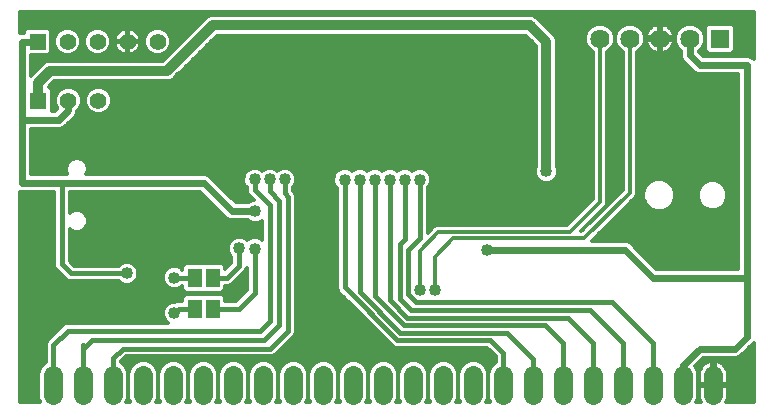
<source format=gbl>
G75*
G70*
%OFA0B0*%
%FSLAX24Y24*%
%IPPOS*%
%LPD*%
%AMOC8*
5,1,8,0,0,1.08239X$1,22.5*
%
%ADD10R,0.0640X0.0640*%
%ADD11C,0.0640*%
%ADD12R,0.0555X0.0555*%
%ADD13C,0.0555*%
%ADD14C,0.0640*%
%ADD15R,0.0460X0.0630*%
%ADD16C,0.0120*%
%ADD17C,0.0400*%
%ADD18C,0.0240*%
%ADD19C,0.0160*%
%ADD20C,0.0320*%
D10*
X023889Y012464D03*
D11*
X022889Y012464D03*
X021889Y012464D03*
X020889Y012464D03*
X019889Y012464D03*
D12*
X001139Y012366D03*
X001170Y010397D03*
D13*
X002170Y010397D03*
X003170Y010397D03*
X003139Y012366D03*
X004139Y012366D03*
X005139Y012366D03*
X002139Y012366D03*
D14*
X001670Y001240D02*
X001670Y000600D01*
X002670Y000600D02*
X002670Y001240D01*
X003670Y001240D02*
X003670Y000600D01*
X004670Y000600D02*
X004670Y001240D01*
X005670Y001240D02*
X005670Y000600D01*
X006670Y000600D02*
X006670Y001240D01*
X007670Y001240D02*
X007670Y000600D01*
X008670Y000600D02*
X008670Y001240D01*
X009670Y001240D02*
X009670Y000600D01*
X010670Y000600D02*
X010670Y001240D01*
X011670Y001240D02*
X011670Y000600D01*
X012670Y000600D02*
X012670Y001240D01*
X013670Y001240D02*
X013670Y000600D01*
X014670Y000600D02*
X014670Y001240D01*
X015670Y001240D02*
X015670Y000600D01*
X016670Y000600D02*
X016670Y001240D01*
X017670Y001240D02*
X017670Y000600D01*
X018670Y000600D02*
X018670Y001240D01*
X019670Y001240D02*
X019670Y000600D01*
X020670Y000600D02*
X020670Y001240D01*
X021670Y001240D02*
X021670Y000600D01*
X022670Y000600D02*
X022670Y001240D01*
X023670Y001240D02*
X023670Y000600D01*
D15*
X006982Y003459D03*
X006382Y003459D03*
X006382Y004492D03*
X006982Y004492D03*
D16*
X000563Y007344D02*
X000563Y000341D01*
X001237Y000341D01*
X001170Y000501D01*
X001170Y001340D01*
X001246Y001524D01*
X001387Y001664D01*
X001410Y001674D01*
X001410Y002184D01*
X001410Y002288D01*
X001450Y002383D01*
X002007Y002941D01*
X002103Y002980D01*
X002206Y002980D01*
X005503Y002980D01*
X005483Y002989D01*
X005376Y003096D01*
X005318Y003235D01*
X005318Y003386D01*
X005376Y003526D01*
X005483Y003633D01*
X005622Y003691D01*
X005727Y003691D01*
X005794Y003718D01*
X005897Y003718D01*
X005972Y003718D01*
X005972Y003848D01*
X006078Y003953D01*
X006678Y003953D01*
X007287Y003953D01*
X007392Y003848D01*
X007392Y003718D01*
X007756Y003718D01*
X008123Y004086D01*
X008123Y004833D01*
X008084Y004738D01*
X007690Y004345D01*
X007617Y004272D01*
X007521Y004232D01*
X007392Y004232D01*
X007392Y004102D01*
X007287Y003997D01*
X006678Y003997D01*
X006078Y003997D01*
X005972Y004102D01*
X005972Y004229D01*
X005913Y004170D01*
X005774Y004112D01*
X005622Y004112D01*
X005483Y004170D01*
X005376Y004277D01*
X005318Y004416D01*
X005318Y004568D01*
X005376Y004707D01*
X005483Y004814D01*
X005622Y004872D01*
X005774Y004872D01*
X005913Y004814D01*
X005972Y004755D01*
X005972Y004881D01*
X006078Y004987D01*
X006678Y004987D01*
X007287Y004987D01*
X007392Y004881D01*
X007392Y004782D01*
X007603Y004993D01*
X007603Y005199D01*
X007541Y005261D01*
X007483Y005401D01*
X007483Y005552D01*
X007541Y005691D01*
X007648Y005798D01*
X007788Y005856D01*
X007939Y005856D01*
X008079Y005798D01*
X008131Y005746D01*
X008168Y005783D01*
X008307Y005840D01*
X008459Y005840D01*
X008598Y005783D01*
X008637Y005744D01*
X008637Y006401D01*
X008620Y006384D01*
X008480Y006327D01*
X008329Y006327D01*
X008189Y006384D01*
X008167Y006407D01*
X007677Y006407D01*
X007558Y006407D01*
X007447Y006452D01*
X006558Y007342D01*
X002218Y007342D01*
X002218Y006655D01*
X002248Y006684D01*
X002379Y006739D01*
X002521Y006739D01*
X002652Y006684D01*
X002753Y006584D01*
X002807Y006453D01*
X002807Y006311D01*
X002753Y006179D01*
X002652Y006079D01*
X002521Y006025D01*
X002379Y006025D01*
X002248Y006079D01*
X002218Y006109D01*
X002218Y005043D01*
X002361Y004900D01*
X003846Y004900D01*
X003908Y004962D01*
X004048Y005020D01*
X004199Y005020D01*
X004338Y004962D01*
X004445Y004855D01*
X004503Y004715D01*
X004503Y004564D01*
X004445Y004424D01*
X004338Y004317D01*
X004199Y004260D01*
X004048Y004260D01*
X003908Y004317D01*
X003846Y004380D01*
X002305Y004380D01*
X002201Y004380D01*
X002106Y004419D01*
X001811Y004714D01*
X001737Y004788D01*
X001698Y004883D01*
X001698Y007342D01*
X000689Y007342D01*
X000569Y007342D01*
X000563Y007344D01*
X000563Y007274D02*
X001698Y007274D01*
X001698Y007155D02*
X000563Y007155D01*
X000563Y007037D02*
X001698Y007037D01*
X001698Y006918D02*
X000563Y006918D01*
X000563Y006800D02*
X001698Y006800D01*
X001698Y006681D02*
X000563Y006681D01*
X000563Y006563D02*
X001698Y006563D01*
X001698Y006444D02*
X000563Y006444D01*
X000563Y006326D02*
X001698Y006326D01*
X001698Y006207D02*
X000563Y006207D01*
X000563Y006088D02*
X001698Y006088D01*
X001698Y005970D02*
X000563Y005970D01*
X000563Y005851D02*
X001698Y005851D01*
X001698Y005733D02*
X000563Y005733D01*
X000563Y005614D02*
X001698Y005614D01*
X001698Y005496D02*
X000563Y005496D01*
X000563Y005377D02*
X001698Y005377D01*
X001698Y005259D02*
X000563Y005259D01*
X000563Y005140D02*
X001698Y005140D01*
X001698Y005022D02*
X000563Y005022D01*
X000563Y004903D02*
X001698Y004903D01*
X001741Y004784D02*
X000563Y004784D01*
X000563Y004666D02*
X001859Y004666D01*
X001978Y004547D02*
X000563Y004547D01*
X000563Y004429D02*
X002096Y004429D01*
X002357Y004903D02*
X003849Y004903D01*
X004397Y004903D02*
X005994Y004903D01*
X005972Y004784D02*
X005943Y004784D01*
X005453Y004784D02*
X004474Y004784D01*
X004503Y004666D02*
X005359Y004666D01*
X005318Y004547D02*
X004496Y004547D01*
X004447Y004429D02*
X005318Y004429D01*
X005362Y004310D02*
X004321Y004310D01*
X003925Y004310D02*
X000563Y004310D01*
X000563Y004192D02*
X005461Y004192D01*
X005935Y004192D02*
X005972Y004192D01*
X006001Y004073D02*
X000563Y004073D01*
X000563Y003955D02*
X007992Y003955D01*
X008110Y004073D02*
X007363Y004073D01*
X007392Y004192D02*
X008123Y004192D01*
X008123Y004310D02*
X007656Y004310D01*
X007774Y004429D02*
X008123Y004429D01*
X008123Y004547D02*
X007893Y004547D01*
X008011Y004666D02*
X008123Y004666D01*
X008123Y004784D02*
X008103Y004784D01*
X007603Y005022D02*
X002239Y005022D01*
X002218Y005140D02*
X007603Y005140D01*
X007543Y005259D02*
X002218Y005259D01*
X002218Y005377D02*
X007493Y005377D01*
X007483Y005496D02*
X002218Y005496D01*
X002218Y005614D02*
X007509Y005614D01*
X007582Y005733D02*
X002218Y005733D01*
X002218Y005851D02*
X007776Y005851D01*
X007951Y005851D02*
X008637Y005851D01*
X008637Y005970D02*
X002218Y005970D01*
X002218Y006088D02*
X002238Y006088D01*
X002662Y006088D02*
X008637Y006088D01*
X008637Y006207D02*
X002764Y006207D01*
X002807Y006326D02*
X008637Y006326D01*
X009747Y006326D02*
X011123Y006326D01*
X011123Y006444D02*
X009747Y006444D01*
X009747Y006563D02*
X011123Y006563D01*
X011123Y006681D02*
X009747Y006681D01*
X009747Y006800D02*
X011123Y006800D01*
X011123Y006918D02*
X009747Y006918D01*
X009747Y007037D02*
X011123Y007037D01*
X011123Y007155D02*
X009747Y007155D01*
X009747Y007250D02*
X009708Y007346D01*
X009643Y007411D01*
X009643Y007495D01*
X009705Y007558D01*
X009763Y007697D01*
X009763Y007848D01*
X009705Y007988D01*
X009598Y008095D01*
X009459Y008153D01*
X009307Y008153D01*
X009168Y008095D01*
X009133Y008060D01*
X009098Y008095D01*
X008959Y008153D01*
X008807Y008153D01*
X008668Y008095D01*
X008633Y008060D01*
X008598Y008095D01*
X008459Y008153D01*
X008307Y008153D01*
X008168Y008095D01*
X008061Y007988D01*
X008003Y007848D01*
X008003Y007697D01*
X008061Y007558D01*
X008123Y007495D01*
X008123Y007469D01*
X008123Y007365D01*
X008163Y007270D01*
X008346Y007086D01*
X008329Y007086D01*
X008189Y007029D01*
X008167Y007006D01*
X007741Y007006D01*
X006936Y007811D01*
X006936Y007811D01*
X006852Y007896D01*
X006742Y007942D01*
X002765Y007942D01*
X002807Y008043D01*
X002807Y008185D01*
X002753Y008316D01*
X002652Y008417D01*
X002521Y008471D01*
X002379Y008471D01*
X002248Y008417D01*
X002147Y008316D01*
X002093Y008185D01*
X002093Y008043D01*
X002135Y007942D01*
X001898Y007942D01*
X000929Y007942D01*
X000929Y009458D01*
X001919Y009458D01*
X002029Y009503D01*
X002114Y009588D01*
X002425Y009899D01*
X002470Y010009D01*
X002470Y010050D01*
X002558Y010138D01*
X002628Y010306D01*
X002628Y010488D01*
X002558Y010657D01*
X002430Y010785D01*
X002261Y010855D01*
X002079Y010855D01*
X001911Y010785D01*
X001783Y010657D01*
X001713Y010488D01*
X001713Y010306D01*
X001783Y010138D01*
X001799Y010122D01*
X001735Y010058D01*
X001628Y010058D01*
X001628Y010749D01*
X001522Y010855D01*
X001518Y010855D01*
X001705Y011042D01*
X005384Y011042D01*
X005520Y011042D01*
X005644Y011094D01*
X007118Y012567D01*
X017417Y012567D01*
X017760Y012225D01*
X017760Y008207D01*
X017720Y008111D01*
X017720Y007960D01*
X017777Y007820D01*
X017884Y007713D01*
X018024Y007655D01*
X018175Y007655D01*
X018315Y007713D01*
X018422Y007820D01*
X018479Y007960D01*
X018479Y008111D01*
X018439Y008207D01*
X018439Y012434D01*
X018388Y012559D01*
X018292Y012654D01*
X017751Y013196D01*
X017626Y013247D01*
X017491Y013247D01*
X007045Y013247D01*
X006910Y013247D01*
X006785Y013196D01*
X005311Y011722D01*
X001496Y011722D01*
X001371Y011670D01*
X001276Y011574D01*
X000929Y011227D01*
X000929Y011909D01*
X001491Y011909D01*
X001596Y012014D01*
X001596Y012718D01*
X001491Y012823D01*
X000787Y012823D01*
X000681Y012718D01*
X000681Y012666D01*
X000569Y012666D01*
X000563Y012663D01*
X000563Y013367D01*
X025006Y013367D01*
X025006Y011789D01*
X024962Y011833D01*
X024852Y011879D01*
X024733Y011879D01*
X023342Y011879D01*
X023189Y012032D01*
X023189Y012057D01*
X023313Y012181D01*
X023389Y012365D01*
X023389Y012564D01*
X023313Y012748D01*
X023172Y012888D01*
X022988Y012964D01*
X022789Y012964D01*
X022606Y012888D01*
X022465Y012748D01*
X022389Y012564D01*
X022389Y012365D01*
X022465Y012181D01*
X022589Y012057D01*
X022589Y011967D01*
X022589Y011848D01*
X022635Y011737D01*
X022963Y011409D01*
X023048Y011324D01*
X023158Y011279D01*
X024492Y011279D01*
X024492Y004792D01*
X021767Y004792D01*
X020883Y005676D01*
X020773Y005721D01*
X020654Y005721D01*
X019622Y005721D01*
X021092Y007192D01*
X021129Y007280D01*
X021129Y007375D01*
X021129Y012023D01*
X021172Y012041D01*
X021313Y012181D01*
X021389Y012365D01*
X021389Y012564D01*
X021313Y012748D01*
X021172Y012888D01*
X020988Y012964D01*
X020789Y012964D01*
X020606Y012888D01*
X020465Y012748D01*
X020389Y012564D01*
X020313Y012748D01*
X020172Y012888D01*
X019988Y012964D01*
X019789Y012964D01*
X019606Y012888D01*
X019465Y012748D01*
X019389Y012564D01*
X019389Y012365D01*
X019465Y012181D01*
X019606Y012041D01*
X019649Y012023D01*
X019649Y007111D01*
X018799Y006260D01*
X014454Y006260D01*
X014366Y006224D01*
X014299Y006156D01*
X014143Y006001D01*
X014143Y007486D01*
X014205Y007548D01*
X014263Y007688D01*
X014263Y007839D01*
X014205Y007979D01*
X014098Y008086D01*
X013959Y008144D01*
X013807Y008144D01*
X013668Y008086D01*
X013633Y008051D01*
X013598Y008086D01*
X013459Y008144D01*
X013307Y008144D01*
X013168Y008086D01*
X013133Y008051D01*
X013098Y008086D01*
X012959Y008144D01*
X012807Y008144D01*
X012668Y008086D01*
X012633Y008051D01*
X012598Y008086D01*
X012459Y008144D01*
X012307Y008144D01*
X012168Y008086D01*
X012133Y008051D01*
X012098Y008086D01*
X011959Y008144D01*
X011807Y008144D01*
X011668Y008086D01*
X011633Y008051D01*
X011598Y008086D01*
X011459Y008144D01*
X011307Y008144D01*
X011168Y008086D01*
X011061Y007979D01*
X011003Y007839D01*
X011003Y007688D01*
X011061Y007548D01*
X011123Y007486D01*
X011123Y004220D01*
X011123Y004116D01*
X011163Y004021D01*
X012914Y002269D01*
X012987Y002196D01*
X013083Y002156D01*
X016131Y002156D01*
X016410Y001876D01*
X016410Y001674D01*
X016387Y001664D01*
X016246Y001524D01*
X016170Y001340D01*
X016094Y001524D01*
X015954Y001664D01*
X015770Y001740D01*
X015571Y001740D01*
X015387Y001664D01*
X015246Y001524D01*
X015170Y001340D01*
X015094Y001524D01*
X014954Y001664D01*
X014770Y001740D01*
X014571Y001740D01*
X014387Y001664D01*
X014246Y001524D01*
X014170Y001340D01*
X014094Y001524D01*
X013954Y001664D01*
X013770Y001740D01*
X013571Y001740D01*
X013387Y001664D01*
X013246Y001524D01*
X013170Y001340D01*
X013094Y001524D01*
X012954Y001664D01*
X012770Y001740D01*
X012571Y001740D01*
X012387Y001664D01*
X012246Y001524D01*
X012170Y001340D01*
X012094Y001524D01*
X011954Y001664D01*
X011770Y001740D01*
X011571Y001740D01*
X011387Y001664D01*
X011246Y001524D01*
X011170Y001340D01*
X011094Y001524D01*
X010954Y001664D01*
X010770Y001740D01*
X010571Y001740D01*
X010387Y001664D01*
X010246Y001524D01*
X010170Y001340D01*
X010094Y001524D01*
X009954Y001664D01*
X009770Y001740D01*
X009571Y001740D01*
X009387Y001664D01*
X009246Y001524D01*
X009170Y001340D01*
X009094Y001524D01*
X008954Y001664D01*
X008770Y001740D01*
X008571Y001740D01*
X008387Y001664D01*
X008246Y001524D01*
X008170Y001340D01*
X008094Y001524D01*
X007954Y001664D01*
X007770Y001740D01*
X007571Y001740D01*
X007387Y001664D01*
X007246Y001524D01*
X007170Y001340D01*
X007094Y001524D01*
X006954Y001664D01*
X006770Y001740D01*
X006571Y001740D01*
X006387Y001664D01*
X006246Y001524D01*
X006170Y001340D01*
X006094Y001524D01*
X005954Y001664D01*
X005770Y001740D01*
X005571Y001740D01*
X005387Y001664D01*
X005246Y001524D01*
X005170Y001340D01*
X005094Y001524D01*
X004954Y001664D01*
X004770Y001740D01*
X004571Y001740D01*
X004387Y001664D01*
X004246Y001524D01*
X004170Y001340D01*
X004094Y001524D01*
X003954Y001664D01*
X003930Y001674D01*
X003930Y001714D01*
X004086Y001870D01*
X008948Y001870D01*
X009044Y001909D01*
X009117Y001982D01*
X009708Y002573D01*
X009747Y002669D01*
X009747Y002772D01*
X009747Y007250D01*
X009738Y007274D02*
X011123Y007274D01*
X011123Y007392D02*
X009661Y007392D01*
X009659Y007511D02*
X011098Y007511D01*
X011027Y007629D02*
X009735Y007629D01*
X009763Y007748D02*
X011003Y007748D01*
X011014Y007867D02*
X009755Y007867D01*
X009706Y007985D02*
X011067Y007985D01*
X011211Y008104D02*
X009577Y008104D01*
X009189Y008104D02*
X009077Y008104D01*
X008689Y008104D02*
X008577Y008104D01*
X008189Y008104D02*
X002807Y008104D01*
X002792Y008222D02*
X017760Y008222D01*
X017760Y008341D02*
X002728Y008341D01*
X002550Y008459D02*
X017760Y008459D01*
X017760Y008578D02*
X000929Y008578D01*
X000929Y008696D02*
X017760Y008696D01*
X017760Y008815D02*
X000929Y008815D01*
X000929Y008933D02*
X017760Y008933D01*
X017760Y009052D02*
X000929Y009052D01*
X000929Y009171D02*
X017760Y009171D01*
X017760Y009289D02*
X000929Y009289D01*
X000929Y009408D02*
X017760Y009408D01*
X017760Y009526D02*
X002052Y009526D01*
X002171Y009645D02*
X017760Y009645D01*
X017760Y009763D02*
X002289Y009763D01*
X002408Y009882D02*
X017760Y009882D01*
X017760Y010000D02*
X003407Y010000D01*
X003430Y010010D02*
X003558Y010138D01*
X003628Y010306D01*
X003628Y010488D01*
X003558Y010657D01*
X003430Y010785D01*
X003261Y010855D01*
X003079Y010855D01*
X002911Y010785D01*
X002783Y010657D01*
X002713Y010488D01*
X002713Y010306D01*
X002783Y010138D01*
X002911Y010010D01*
X003079Y009940D01*
X003261Y009940D01*
X003430Y010010D01*
X003539Y010119D02*
X017760Y010119D01*
X017760Y010237D02*
X003599Y010237D01*
X003628Y010356D02*
X017760Y010356D01*
X017760Y010475D02*
X003628Y010475D01*
X003585Y010593D02*
X017760Y010593D01*
X017760Y010712D02*
X003503Y010712D01*
X003321Y010830D02*
X017760Y010830D01*
X017760Y010949D02*
X001612Y010949D01*
X001547Y010830D02*
X002020Y010830D01*
X001838Y010712D02*
X001628Y010712D01*
X001628Y010593D02*
X001756Y010593D01*
X001713Y010475D02*
X001628Y010475D01*
X001628Y010356D02*
X001713Y010356D01*
X001741Y010237D02*
X001628Y010237D01*
X001628Y010119D02*
X001796Y010119D01*
X002467Y010000D02*
X002934Y010000D01*
X002802Y010119D02*
X002539Y010119D01*
X002599Y010237D02*
X002741Y010237D01*
X002713Y010356D02*
X002628Y010356D01*
X002628Y010475D02*
X002713Y010475D01*
X002756Y010593D02*
X002585Y010593D01*
X002503Y010712D02*
X002838Y010712D01*
X003020Y010830D02*
X002321Y010830D01*
X001124Y011423D02*
X000929Y011423D01*
X000929Y011541D02*
X001243Y011541D01*
X001362Y011660D02*
X000929Y011660D01*
X000929Y011779D02*
X005368Y011779D01*
X005486Y011897D02*
X000929Y011897D01*
X001596Y012016D02*
X001842Y012016D01*
X001880Y011978D02*
X002048Y011909D01*
X002230Y011909D01*
X002398Y011978D01*
X002527Y012107D01*
X002596Y012275D01*
X002596Y012457D01*
X002527Y012625D01*
X002398Y012754D01*
X002230Y012823D01*
X002048Y012823D01*
X001880Y012754D01*
X001751Y012625D01*
X001681Y012457D01*
X001681Y012275D01*
X001751Y012107D01*
X001880Y011978D01*
X001740Y012134D02*
X001596Y012134D01*
X001596Y012253D02*
X001691Y012253D01*
X001681Y012371D02*
X001596Y012371D01*
X001596Y012490D02*
X001695Y012490D01*
X001744Y012608D02*
X001596Y012608D01*
X001587Y012727D02*
X001853Y012727D01*
X002425Y012727D02*
X002853Y012727D01*
X002880Y012754D02*
X002751Y012625D01*
X002681Y012457D01*
X002681Y012275D01*
X002751Y012107D01*
X002880Y011978D01*
X003048Y011909D01*
X003230Y011909D01*
X003398Y011978D01*
X003527Y012107D01*
X003596Y012275D01*
X003596Y012457D01*
X003527Y012625D01*
X003398Y012754D01*
X003230Y012823D01*
X003048Y012823D01*
X002880Y012754D01*
X002744Y012608D02*
X002534Y012608D01*
X002583Y012490D02*
X002695Y012490D01*
X002681Y012371D02*
X002596Y012371D01*
X002587Y012253D02*
X002691Y012253D01*
X002740Y012134D02*
X002538Y012134D01*
X002435Y012016D02*
X002842Y012016D01*
X003435Y012016D02*
X003877Y012016D01*
X003854Y012032D02*
X003910Y011992D01*
X003971Y011961D01*
X004036Y011939D01*
X004104Y011929D01*
X004120Y011929D01*
X004120Y012347D01*
X004158Y012347D01*
X004158Y012385D01*
X004576Y012385D01*
X004576Y012400D01*
X004566Y012468D01*
X004544Y012534D01*
X004513Y012595D01*
X004473Y012651D01*
X004424Y012700D01*
X004368Y012740D01*
X004307Y012771D01*
X004241Y012793D01*
X004173Y012803D01*
X004158Y012803D01*
X004158Y012385D01*
X004120Y012385D01*
X004120Y012803D01*
X004104Y012803D01*
X004036Y012793D01*
X003971Y012771D01*
X003910Y012740D01*
X003854Y012700D01*
X003805Y012651D01*
X003765Y012595D01*
X003733Y012534D01*
X003712Y012468D01*
X003701Y012400D01*
X003701Y012385D01*
X004120Y012385D01*
X004120Y012347D01*
X003701Y012347D01*
X003701Y012332D01*
X003712Y012264D01*
X003733Y012198D01*
X003765Y012137D01*
X003805Y012081D01*
X003854Y012032D01*
X003767Y012134D02*
X003538Y012134D01*
X003587Y012253D02*
X003716Y012253D01*
X003596Y012371D02*
X004120Y012371D01*
X004158Y012371D02*
X004681Y012371D01*
X004681Y012457D02*
X004681Y012275D01*
X004751Y012107D01*
X004880Y011978D01*
X005048Y011909D01*
X005230Y011909D01*
X005398Y011978D01*
X005527Y012107D01*
X005596Y012275D01*
X005596Y012457D01*
X005527Y012625D01*
X005398Y012754D01*
X005230Y012823D01*
X005048Y012823D01*
X004880Y012754D01*
X004751Y012625D01*
X004681Y012457D01*
X004695Y012490D02*
X004559Y012490D01*
X004504Y012608D02*
X004744Y012608D01*
X004853Y012727D02*
X004386Y012727D01*
X004158Y012727D02*
X004120Y012727D01*
X004120Y012608D02*
X004158Y012608D01*
X004158Y012490D02*
X004120Y012490D01*
X004158Y012347D02*
X004576Y012347D01*
X004576Y012332D01*
X004566Y012264D01*
X004544Y012198D01*
X004513Y012137D01*
X004473Y012081D01*
X004424Y012032D01*
X004368Y011992D01*
X004307Y011961D01*
X004241Y011939D01*
X004173Y011929D01*
X004158Y011929D01*
X004158Y012347D01*
X004158Y012253D02*
X004120Y012253D01*
X004120Y012134D02*
X004158Y012134D01*
X004158Y012016D02*
X004120Y012016D01*
X004401Y012016D02*
X004842Y012016D01*
X004740Y012134D02*
X004511Y012134D01*
X004562Y012253D02*
X004691Y012253D01*
X005435Y012016D02*
X005605Y012016D01*
X005538Y012134D02*
X005724Y012134D01*
X005842Y012253D02*
X005587Y012253D01*
X005596Y012371D02*
X005961Y012371D01*
X006079Y012490D02*
X005583Y012490D01*
X005534Y012608D02*
X006198Y012608D01*
X006316Y012727D02*
X005425Y012727D01*
X006435Y012845D02*
X000563Y012845D01*
X000563Y012727D02*
X000690Y012727D01*
X000563Y012964D02*
X006553Y012964D01*
X006672Y013082D02*
X000563Y013082D01*
X000563Y013201D02*
X006798Y013201D01*
X007041Y012490D02*
X017495Y012490D01*
X017613Y012371D02*
X006922Y012371D01*
X006804Y012253D02*
X017732Y012253D01*
X017760Y012134D02*
X006685Y012134D01*
X006567Y012016D02*
X017760Y012016D01*
X017760Y011897D02*
X006448Y011897D01*
X006329Y011779D02*
X017760Y011779D01*
X017760Y011660D02*
X006211Y011660D01*
X006092Y011541D02*
X017760Y011541D01*
X017760Y011423D02*
X005974Y011423D01*
X005855Y011304D02*
X017760Y011304D01*
X017760Y011186D02*
X005737Y011186D01*
X005581Y011067D02*
X017760Y011067D01*
X018439Y011067D02*
X019649Y011067D01*
X019649Y010949D02*
X018439Y010949D01*
X018439Y010830D02*
X019649Y010830D01*
X019649Y010712D02*
X018439Y010712D01*
X018439Y010593D02*
X019649Y010593D01*
X019649Y010475D02*
X018439Y010475D01*
X018439Y010356D02*
X019649Y010356D01*
X019649Y010237D02*
X018439Y010237D01*
X018439Y010119D02*
X019649Y010119D01*
X019649Y010000D02*
X018439Y010000D01*
X018439Y009882D02*
X019649Y009882D01*
X019649Y009763D02*
X018439Y009763D01*
X018439Y009645D02*
X019649Y009645D01*
X019649Y009526D02*
X018439Y009526D01*
X018439Y009408D02*
X019649Y009408D01*
X019649Y009289D02*
X018439Y009289D01*
X018439Y009171D02*
X019649Y009171D01*
X019649Y009052D02*
X018439Y009052D01*
X018439Y008933D02*
X019649Y008933D01*
X019649Y008815D02*
X018439Y008815D01*
X018439Y008696D02*
X019649Y008696D01*
X019649Y008578D02*
X018439Y008578D01*
X018439Y008459D02*
X019649Y008459D01*
X019649Y008341D02*
X018439Y008341D01*
X018439Y008222D02*
X019649Y008222D01*
X019649Y008104D02*
X018479Y008104D01*
X018479Y007985D02*
X019649Y007985D01*
X019649Y007867D02*
X018441Y007867D01*
X018350Y007748D02*
X019649Y007748D01*
X019649Y007629D02*
X014239Y007629D01*
X014263Y007748D02*
X017849Y007748D01*
X017758Y007867D02*
X014252Y007867D01*
X014199Y007985D02*
X017720Y007985D01*
X017720Y008104D02*
X014055Y008104D01*
X013711Y008104D02*
X013555Y008104D01*
X013211Y008104D02*
X013055Y008104D01*
X012711Y008104D02*
X012555Y008104D01*
X012211Y008104D02*
X012055Y008104D01*
X011711Y008104D02*
X011555Y008104D01*
X014143Y007392D02*
X019649Y007392D01*
X019649Y007274D02*
X014143Y007274D01*
X014143Y007155D02*
X019649Y007155D01*
X019575Y007037D02*
X014143Y007037D01*
X014143Y006918D02*
X019456Y006918D01*
X019338Y006800D02*
X014143Y006800D01*
X014143Y006681D02*
X019219Y006681D01*
X019101Y006563D02*
X014143Y006563D01*
X014143Y006444D02*
X018982Y006444D01*
X018864Y006326D02*
X014143Y006326D01*
X014143Y006207D02*
X014349Y006207D01*
X014231Y006088D02*
X014143Y006088D01*
X014502Y006020D02*
X018898Y006020D01*
X019889Y007011D01*
X019889Y012464D01*
X020342Y012253D02*
X020435Y012253D01*
X020465Y012181D02*
X020606Y012041D01*
X020649Y012023D01*
X020649Y007427D01*
X019272Y006050D01*
X019267Y006050D01*
X020092Y006875D01*
X020129Y006964D01*
X020129Y007059D01*
X020129Y012023D01*
X020172Y012041D01*
X020313Y012181D01*
X020389Y012365D01*
X020465Y012181D01*
X020512Y012134D02*
X020266Y012134D01*
X020129Y012016D02*
X020649Y012016D01*
X020649Y011897D02*
X020129Y011897D01*
X020129Y011779D02*
X020649Y011779D01*
X020649Y011660D02*
X020129Y011660D01*
X020129Y011541D02*
X020649Y011541D01*
X020649Y011423D02*
X020129Y011423D01*
X020129Y011304D02*
X020649Y011304D01*
X020649Y011186D02*
X020129Y011186D01*
X020129Y011067D02*
X020649Y011067D01*
X020649Y010949D02*
X020129Y010949D01*
X020129Y010830D02*
X020649Y010830D01*
X020649Y010712D02*
X020129Y010712D01*
X020129Y010593D02*
X020649Y010593D01*
X020649Y010475D02*
X020129Y010475D01*
X020129Y010356D02*
X020649Y010356D01*
X020649Y010237D02*
X020129Y010237D01*
X020129Y010119D02*
X020649Y010119D01*
X020649Y010000D02*
X020129Y010000D01*
X020129Y009882D02*
X020649Y009882D01*
X020649Y009763D02*
X020129Y009763D01*
X020129Y009645D02*
X020649Y009645D01*
X020649Y009526D02*
X020129Y009526D01*
X020129Y009408D02*
X020649Y009408D01*
X020649Y009289D02*
X020129Y009289D01*
X020129Y009171D02*
X020649Y009171D01*
X020649Y009052D02*
X020129Y009052D01*
X020129Y008933D02*
X020649Y008933D01*
X020649Y008815D02*
X020129Y008815D01*
X020129Y008696D02*
X020649Y008696D01*
X020649Y008578D02*
X020129Y008578D01*
X020129Y008459D02*
X020649Y008459D01*
X020649Y008341D02*
X020129Y008341D01*
X020129Y008222D02*
X020649Y008222D01*
X020649Y008104D02*
X020129Y008104D01*
X020129Y007985D02*
X020649Y007985D01*
X020649Y007867D02*
X020129Y007867D01*
X020129Y007748D02*
X020649Y007748D01*
X020649Y007629D02*
X020129Y007629D01*
X020129Y007511D02*
X020649Y007511D01*
X020614Y007392D02*
X020129Y007392D01*
X020129Y007274D02*
X020496Y007274D01*
X020377Y007155D02*
X020129Y007155D01*
X020129Y007037D02*
X020259Y007037D01*
X020140Y006918D02*
X020110Y006918D01*
X020022Y006800D02*
X020017Y006800D01*
X019903Y006681D02*
X019898Y006681D01*
X019785Y006563D02*
X019780Y006563D01*
X019666Y006444D02*
X019661Y006444D01*
X019547Y006326D02*
X019543Y006326D01*
X019429Y006207D02*
X019424Y006207D01*
X019310Y006088D02*
X019305Y006088D01*
X019372Y005810D02*
X020889Y007328D01*
X020889Y012464D01*
X021342Y012253D02*
X021458Y012253D01*
X021444Y012280D02*
X021478Y012213D01*
X021523Y012152D01*
X021576Y012098D01*
X021637Y012054D01*
X021705Y012020D01*
X021776Y011996D01*
X021849Y011985D01*
X021849Y012424D01*
X021929Y012424D01*
X021929Y011985D01*
X022001Y011996D01*
X022073Y012020D01*
X022140Y012054D01*
X022202Y012098D01*
X022255Y012152D01*
X022299Y012213D01*
X022334Y012280D01*
X022357Y012352D01*
X022368Y012424D01*
X021929Y012424D01*
X021929Y012504D01*
X022368Y012504D01*
X022357Y012577D01*
X022334Y012649D01*
X022299Y012716D01*
X022255Y012777D01*
X022202Y012831D01*
X022140Y012875D01*
X022073Y012909D01*
X022001Y012933D01*
X021929Y012944D01*
X021929Y012505D01*
X021849Y012505D01*
X021849Y012944D01*
X021776Y012933D01*
X021705Y012909D01*
X021637Y012875D01*
X021576Y012831D01*
X021523Y012777D01*
X021478Y012716D01*
X021444Y012649D01*
X021421Y012577D01*
X021409Y012504D01*
X021849Y012504D01*
X021849Y012424D01*
X021409Y012424D01*
X021421Y012352D01*
X021444Y012280D01*
X021418Y012371D02*
X021389Y012371D01*
X021389Y012490D02*
X021849Y012490D01*
X021929Y012490D02*
X022389Y012490D01*
X022389Y012371D02*
X022360Y012371D01*
X022320Y012253D02*
X022435Y012253D01*
X022512Y012134D02*
X022237Y012134D01*
X022061Y012016D02*
X022589Y012016D01*
X022589Y011897D02*
X021129Y011897D01*
X021129Y011779D02*
X022618Y011779D01*
X022712Y011660D02*
X021129Y011660D01*
X021129Y011541D02*
X022831Y011541D01*
X022949Y011423D02*
X021129Y011423D01*
X021129Y011304D02*
X023096Y011304D01*
X022963Y011409D02*
X022963Y011409D01*
X023323Y011897D02*
X025006Y011897D01*
X025006Y012016D02*
X024335Y012016D01*
X024283Y011964D02*
X024389Y012070D01*
X024389Y012859D01*
X024283Y012964D01*
X023494Y012964D01*
X022989Y012964D01*
X022788Y012964D02*
X020989Y012964D01*
X020788Y012964D02*
X019989Y012964D01*
X019788Y012964D02*
X017982Y012964D01*
X017864Y013082D02*
X025006Y013082D01*
X025006Y012964D02*
X024284Y012964D01*
X024389Y012845D02*
X025006Y012845D01*
X025006Y012727D02*
X024389Y012727D01*
X024389Y012608D02*
X025006Y012608D01*
X025006Y012490D02*
X024389Y012490D01*
X024389Y012371D02*
X025006Y012371D01*
X025006Y012253D02*
X024389Y012253D01*
X024389Y012134D02*
X025006Y012134D01*
X024283Y011964D02*
X023494Y011964D01*
X023389Y012070D01*
X023389Y012859D01*
X023494Y012964D01*
X023389Y012845D02*
X023215Y012845D01*
X023321Y012727D02*
X023389Y012727D01*
X023389Y012608D02*
X023370Y012608D01*
X023389Y012490D02*
X023389Y012490D01*
X023389Y012371D02*
X023389Y012371D01*
X023389Y012253D02*
X023342Y012253D01*
X023389Y012134D02*
X023266Y012134D01*
X023205Y012016D02*
X023443Y012016D01*
X022407Y012608D02*
X022347Y012608D01*
X022291Y012727D02*
X022456Y012727D01*
X022563Y012845D02*
X022181Y012845D01*
X021929Y012845D02*
X021849Y012845D01*
X021849Y012727D02*
X021929Y012727D01*
X021929Y012608D02*
X021849Y012608D01*
X021849Y012371D02*
X021929Y012371D01*
X021929Y012253D02*
X021849Y012253D01*
X021849Y012134D02*
X021929Y012134D01*
X021929Y012016D02*
X021849Y012016D01*
X021717Y012016D02*
X021129Y012016D01*
X021266Y012134D02*
X021540Y012134D01*
X021431Y012608D02*
X021370Y012608D01*
X021321Y012727D02*
X021486Y012727D01*
X021597Y012845D02*
X021215Y012845D01*
X020563Y012845D02*
X020215Y012845D01*
X020321Y012727D02*
X020456Y012727D01*
X020407Y012608D02*
X020370Y012608D01*
X020389Y012564D02*
X020389Y012365D01*
X020389Y012564D01*
X020389Y012490D02*
X020389Y012490D01*
X020389Y012371D02*
X020389Y012371D01*
X019649Y012016D02*
X018439Y012016D01*
X018439Y012134D02*
X019512Y012134D01*
X019435Y012253D02*
X018439Y012253D01*
X018439Y012371D02*
X019389Y012371D01*
X019389Y012490D02*
X018416Y012490D01*
X018338Y012608D02*
X019407Y012608D01*
X019456Y012727D02*
X018219Y012727D01*
X018292Y012654D02*
X018292Y012654D01*
X018101Y012845D02*
X019563Y012845D01*
X019649Y011897D02*
X018439Y011897D01*
X018439Y011779D02*
X019649Y011779D01*
X019649Y011660D02*
X018439Y011660D01*
X018439Y011541D02*
X019649Y011541D01*
X019649Y011423D02*
X018439Y011423D01*
X018439Y011304D02*
X019649Y011304D01*
X019649Y011186D02*
X018439Y011186D01*
X021129Y011186D02*
X024492Y011186D01*
X024492Y011067D02*
X021129Y011067D01*
X021129Y010949D02*
X024492Y010949D01*
X024492Y010830D02*
X021129Y010830D01*
X021129Y010712D02*
X024492Y010712D01*
X024492Y010593D02*
X021129Y010593D01*
X021129Y010475D02*
X024492Y010475D01*
X024492Y010356D02*
X021129Y010356D01*
X021129Y010237D02*
X024492Y010237D01*
X024492Y010119D02*
X021129Y010119D01*
X021129Y010000D02*
X024492Y010000D01*
X024492Y009882D02*
X021129Y009882D01*
X021129Y009763D02*
X024492Y009763D01*
X024492Y009645D02*
X021129Y009645D01*
X021129Y009526D02*
X024492Y009526D01*
X024492Y009408D02*
X021129Y009408D01*
X021129Y009289D02*
X024492Y009289D01*
X024492Y009171D02*
X021129Y009171D01*
X021129Y009052D02*
X024492Y009052D01*
X024492Y008933D02*
X021129Y008933D01*
X021129Y008815D02*
X024492Y008815D01*
X024492Y008696D02*
X021129Y008696D01*
X021129Y008578D02*
X024492Y008578D01*
X024492Y008459D02*
X021129Y008459D01*
X021129Y008341D02*
X024492Y008341D01*
X024492Y008222D02*
X021129Y008222D01*
X021129Y008104D02*
X024492Y008104D01*
X024492Y007985D02*
X021129Y007985D01*
X021129Y007867D02*
X024492Y007867D01*
X024492Y007748D02*
X022057Y007748D01*
X021975Y007782D02*
X021762Y007782D01*
X021566Y007701D01*
X021415Y007551D01*
X021334Y007354D01*
X021334Y007142D01*
X021415Y006945D01*
X021566Y006795D01*
X021762Y006714D01*
X021975Y006714D01*
X022171Y006795D01*
X022321Y006945D01*
X022403Y007142D01*
X022403Y007354D01*
X022321Y007551D01*
X022171Y007701D01*
X021975Y007782D01*
X021680Y007748D02*
X021129Y007748D01*
X021129Y007629D02*
X021494Y007629D01*
X021399Y007511D02*
X021129Y007511D01*
X021129Y007392D02*
X021350Y007392D01*
X021334Y007274D02*
X021126Y007274D01*
X021056Y007155D02*
X021334Y007155D01*
X021377Y007037D02*
X020937Y007037D01*
X020819Y006918D02*
X021442Y006918D01*
X021561Y006800D02*
X020700Y006800D01*
X020582Y006681D02*
X024492Y006681D01*
X024492Y006563D02*
X020463Y006563D01*
X020345Y006444D02*
X024492Y006444D01*
X024492Y006326D02*
X020226Y006326D01*
X020108Y006207D02*
X024492Y006207D01*
X024492Y006088D02*
X019989Y006088D01*
X019871Y005970D02*
X024492Y005970D01*
X024492Y005851D02*
X019752Y005851D01*
X019634Y005733D02*
X024492Y005733D01*
X024492Y005614D02*
X020945Y005614D01*
X021063Y005496D02*
X024492Y005496D01*
X024492Y005377D02*
X021182Y005377D01*
X021300Y005259D02*
X024492Y005259D01*
X024492Y005140D02*
X021419Y005140D01*
X021537Y005022D02*
X024492Y005022D01*
X024492Y004903D02*
X021656Y004903D01*
X019372Y005810D02*
X014999Y005810D01*
X014383Y005194D01*
X014383Y004072D01*
X013883Y004072D02*
X013883Y005401D01*
X014502Y006020D01*
X014168Y007511D02*
X019649Y007511D01*
X022242Y007629D02*
X023322Y007629D01*
X023360Y007667D02*
X023220Y007528D01*
X023145Y007346D01*
X023145Y007149D01*
X023220Y006967D01*
X023360Y006828D01*
X023542Y006753D01*
X023739Y006753D01*
X023920Y006828D01*
X024060Y006967D01*
X024135Y007149D01*
X024135Y007346D01*
X024060Y007528D01*
X023920Y007667D01*
X023739Y007743D01*
X023542Y007743D01*
X023360Y007667D01*
X023213Y007511D02*
X022338Y007511D01*
X022387Y007392D02*
X023164Y007392D01*
X023145Y007274D02*
X022403Y007274D01*
X022403Y007155D02*
X023145Y007155D01*
X023192Y007037D02*
X022359Y007037D01*
X022294Y006918D02*
X023270Y006918D01*
X023429Y006800D02*
X022176Y006800D01*
X023851Y006800D02*
X024492Y006800D01*
X024492Y006918D02*
X024010Y006918D01*
X024088Y007037D02*
X024492Y007037D01*
X024492Y007155D02*
X024135Y007155D01*
X024135Y007274D02*
X024492Y007274D01*
X024492Y007392D02*
X024116Y007392D01*
X024067Y007511D02*
X024492Y007511D01*
X024492Y007629D02*
X023958Y007629D01*
X025006Y002313D02*
X025006Y000341D01*
X024075Y000341D01*
X024081Y000349D01*
X024115Y000416D01*
X024139Y000488D01*
X024150Y000563D01*
X024150Y000880D01*
X023711Y000880D01*
X023711Y000960D01*
X024150Y000960D01*
X024150Y001278D01*
X024139Y001353D01*
X024115Y001425D01*
X024081Y001492D01*
X024036Y001553D01*
X023983Y001607D01*
X023922Y001651D01*
X023855Y001685D01*
X023783Y001709D01*
X023710Y001720D01*
X023710Y000961D01*
X023630Y000961D01*
X023630Y001720D01*
X023558Y001709D01*
X023486Y001685D01*
X023419Y001651D01*
X023358Y001607D01*
X023304Y001553D01*
X023260Y001492D01*
X023226Y001425D01*
X023202Y001353D01*
X023190Y001278D01*
X023190Y000960D01*
X023630Y000960D01*
X023630Y000880D01*
X023190Y000880D01*
X023190Y000563D01*
X023202Y000488D01*
X023226Y000416D01*
X023260Y000349D01*
X023265Y000341D01*
X023104Y000341D01*
X023170Y000501D01*
X023170Y001340D01*
X023094Y001524D01*
X023065Y001553D01*
X023342Y001830D01*
X024458Y001830D01*
X024569Y001875D01*
X024653Y001960D01*
X025006Y002313D01*
X025006Y002295D02*
X024988Y002295D01*
X025006Y002176D02*
X024870Y002176D01*
X024751Y002058D02*
X025006Y002058D01*
X025006Y001939D02*
X024633Y001939D01*
X025006Y001821D02*
X023333Y001821D01*
X023214Y001702D02*
X023539Y001702D01*
X023630Y001702D02*
X023710Y001702D01*
X023802Y001702D02*
X025006Y001702D01*
X025006Y001584D02*
X024006Y001584D01*
X024095Y001465D02*
X025006Y001465D01*
X025006Y001347D02*
X024140Y001347D01*
X024150Y001228D02*
X025006Y001228D01*
X025006Y001110D02*
X024150Y001110D01*
X024150Y000991D02*
X025006Y000991D01*
X025006Y000873D02*
X024150Y000873D01*
X024150Y000754D02*
X025006Y000754D01*
X025006Y000635D02*
X024150Y000635D01*
X024143Y000517D02*
X025006Y000517D01*
X025006Y000398D02*
X024106Y000398D01*
X023235Y000398D02*
X023128Y000398D01*
X023170Y000517D02*
X023198Y000517D01*
X023190Y000635D02*
X023170Y000635D01*
X023170Y000754D02*
X023190Y000754D01*
X023190Y000873D02*
X023170Y000873D01*
X023170Y000991D02*
X023190Y000991D01*
X023190Y001110D02*
X023170Y001110D01*
X023170Y001228D02*
X023190Y001228D01*
X023201Y001347D02*
X023168Y001347D01*
X023118Y001465D02*
X023246Y001465D01*
X023335Y001584D02*
X023096Y001584D01*
X023630Y001584D02*
X023710Y001584D01*
X023710Y001465D02*
X023630Y001465D01*
X023630Y001347D02*
X023710Y001347D01*
X023710Y001228D02*
X023630Y001228D01*
X023630Y001110D02*
X023710Y001110D01*
X023710Y000991D02*
X023630Y000991D01*
X016410Y001702D02*
X015862Y001702D01*
X016034Y001584D02*
X016307Y001584D01*
X016222Y001465D02*
X016118Y001465D01*
X016168Y001347D02*
X016173Y001347D01*
X016170Y001340D02*
X016170Y000501D01*
X016170Y001340D01*
X016170Y001228D02*
X016170Y001228D01*
X016170Y001110D02*
X016170Y001110D01*
X016170Y000991D02*
X016170Y000991D01*
X016170Y000873D02*
X016170Y000873D01*
X016170Y000754D02*
X016170Y000754D01*
X016170Y000635D02*
X016170Y000635D01*
X016170Y000517D02*
X016170Y000517D01*
X016170Y000501D02*
X016104Y000341D01*
X016237Y000341D01*
X016170Y000501D01*
X016128Y000398D02*
X016213Y000398D01*
X015237Y000341D02*
X015104Y000341D01*
X015170Y000501D01*
X015170Y001340D01*
X015170Y000501D01*
X015237Y000341D01*
X015213Y000398D02*
X015128Y000398D01*
X015170Y000517D02*
X015170Y000517D01*
X015170Y000635D02*
X015170Y000635D01*
X015170Y000754D02*
X015170Y000754D01*
X015170Y000873D02*
X015170Y000873D01*
X015170Y000991D02*
X015170Y000991D01*
X015170Y001110D02*
X015170Y001110D01*
X015170Y001228D02*
X015170Y001228D01*
X015168Y001347D02*
X015173Y001347D01*
X015222Y001465D02*
X015118Y001465D01*
X015034Y001584D02*
X015307Y001584D01*
X015479Y001702D02*
X014862Y001702D01*
X014479Y001702D02*
X013862Y001702D01*
X014034Y001584D02*
X014307Y001584D01*
X014222Y001465D02*
X014118Y001465D01*
X014168Y001347D02*
X014173Y001347D01*
X014170Y001340D02*
X014170Y000501D01*
X014170Y001340D01*
X014170Y001228D02*
X014170Y001228D01*
X014170Y001110D02*
X014170Y001110D01*
X014170Y000991D02*
X014170Y000991D01*
X014170Y000873D02*
X014170Y000873D01*
X014170Y000754D02*
X014170Y000754D01*
X014170Y000635D02*
X014170Y000635D01*
X014170Y000517D02*
X014170Y000517D01*
X014170Y000501D02*
X014104Y000341D01*
X014237Y000341D01*
X014170Y000501D01*
X014128Y000398D02*
X014213Y000398D01*
X013237Y000341D02*
X013104Y000341D01*
X013170Y000501D01*
X013170Y001340D01*
X013170Y000501D01*
X013237Y000341D01*
X013213Y000398D02*
X013128Y000398D01*
X013170Y000517D02*
X013170Y000517D01*
X013170Y000635D02*
X013170Y000635D01*
X013170Y000754D02*
X013170Y000754D01*
X013170Y000873D02*
X013170Y000873D01*
X013170Y000991D02*
X013170Y000991D01*
X013170Y001110D02*
X013170Y001110D01*
X013170Y001228D02*
X013170Y001228D01*
X013168Y001347D02*
X013173Y001347D01*
X013222Y001465D02*
X013118Y001465D01*
X013034Y001584D02*
X013307Y001584D01*
X013479Y001702D02*
X012862Y001702D01*
X012479Y001702D02*
X011862Y001702D01*
X012034Y001584D02*
X012307Y001584D01*
X012222Y001465D02*
X012118Y001465D01*
X012168Y001347D02*
X012173Y001347D01*
X012170Y001340D02*
X012170Y000501D01*
X012170Y001340D01*
X012170Y001228D02*
X012170Y001228D01*
X012170Y001110D02*
X012170Y001110D01*
X012170Y000991D02*
X012170Y000991D01*
X012170Y000873D02*
X012170Y000873D01*
X012170Y000754D02*
X012170Y000754D01*
X012170Y000635D02*
X012170Y000635D01*
X012170Y000517D02*
X012170Y000517D01*
X012170Y000501D02*
X012104Y000341D01*
X012237Y000341D01*
X012170Y000501D01*
X012128Y000398D02*
X012213Y000398D01*
X011237Y000341D02*
X011104Y000341D01*
X011170Y000501D01*
X011170Y001340D01*
X011170Y000501D01*
X011237Y000341D01*
X011213Y000398D02*
X011128Y000398D01*
X011170Y000517D02*
X011170Y000517D01*
X011170Y000635D02*
X011170Y000635D01*
X011170Y000754D02*
X011170Y000754D01*
X011170Y000873D02*
X011170Y000873D01*
X011170Y000991D02*
X011170Y000991D01*
X011170Y001110D02*
X011170Y001110D01*
X011170Y001228D02*
X011170Y001228D01*
X011168Y001347D02*
X011173Y001347D01*
X011222Y001465D02*
X011118Y001465D01*
X011034Y001584D02*
X011307Y001584D01*
X011479Y001702D02*
X010862Y001702D01*
X010479Y001702D02*
X009862Y001702D01*
X010034Y001584D02*
X010307Y001584D01*
X010222Y001465D02*
X010118Y001465D01*
X010168Y001347D02*
X010173Y001347D01*
X010170Y001340D02*
X010170Y000501D01*
X010170Y001340D01*
X010170Y001228D02*
X010170Y001228D01*
X010170Y001110D02*
X010170Y001110D01*
X010170Y000991D02*
X010170Y000991D01*
X010170Y000873D02*
X010170Y000873D01*
X010170Y000754D02*
X010170Y000754D01*
X010170Y000635D02*
X010170Y000635D01*
X010170Y000517D02*
X010170Y000517D01*
X010170Y000501D02*
X010104Y000341D01*
X010237Y000341D01*
X010170Y000501D01*
X010128Y000398D02*
X010213Y000398D01*
X009237Y000341D02*
X009104Y000341D01*
X009170Y000501D01*
X009170Y001340D01*
X009170Y000501D01*
X009237Y000341D01*
X009213Y000398D02*
X009128Y000398D01*
X009170Y000517D02*
X009170Y000517D01*
X009170Y000635D02*
X009170Y000635D01*
X009170Y000754D02*
X009170Y000754D01*
X009170Y000873D02*
X009170Y000873D01*
X009170Y000991D02*
X009170Y000991D01*
X009170Y001110D02*
X009170Y001110D01*
X009170Y001228D02*
X009170Y001228D01*
X009168Y001347D02*
X009173Y001347D01*
X009222Y001465D02*
X009118Y001465D01*
X009034Y001584D02*
X009307Y001584D01*
X009479Y001702D02*
X008862Y001702D01*
X009074Y001939D02*
X016347Y001939D01*
X016410Y001821D02*
X004037Y001821D01*
X003930Y001702D02*
X004479Y001702D01*
X004307Y001584D02*
X004034Y001584D01*
X004118Y001465D02*
X004222Y001465D01*
X004173Y001347D02*
X004168Y001347D01*
X004170Y001340D02*
X004170Y000501D01*
X004104Y000341D01*
X004237Y000341D01*
X004170Y000501D01*
X004170Y001340D01*
X004170Y001228D02*
X004170Y001228D01*
X004170Y001110D02*
X004170Y001110D01*
X004170Y000991D02*
X004170Y000991D01*
X004170Y000873D02*
X004170Y000873D01*
X004170Y000754D02*
X004170Y000754D01*
X004170Y000635D02*
X004170Y000635D01*
X004170Y000517D02*
X004170Y000517D01*
X004128Y000398D02*
X004213Y000398D01*
X005104Y000341D02*
X005170Y000501D01*
X005170Y001340D01*
X005170Y000501D01*
X005237Y000341D01*
X005104Y000341D01*
X005128Y000398D02*
X005213Y000398D01*
X005170Y000517D02*
X005170Y000517D01*
X005170Y000635D02*
X005170Y000635D01*
X005170Y000754D02*
X005170Y000754D01*
X005170Y000873D02*
X005170Y000873D01*
X005170Y000991D02*
X005170Y000991D01*
X005170Y001110D02*
X005170Y001110D01*
X005170Y001228D02*
X005170Y001228D01*
X005168Y001347D02*
X005173Y001347D01*
X005222Y001465D02*
X005118Y001465D01*
X005034Y001584D02*
X005307Y001584D01*
X005479Y001702D02*
X004862Y001702D01*
X005862Y001702D02*
X006479Y001702D01*
X006307Y001584D02*
X006034Y001584D01*
X006118Y001465D02*
X006222Y001465D01*
X006173Y001347D02*
X006168Y001347D01*
X006170Y001340D02*
X006170Y000501D01*
X006104Y000341D01*
X006237Y000341D01*
X006170Y000501D01*
X006170Y001340D01*
X006170Y001228D02*
X006170Y001228D01*
X006170Y001110D02*
X006170Y001110D01*
X006170Y000991D02*
X006170Y000991D01*
X006170Y000873D02*
X006170Y000873D01*
X006170Y000754D02*
X006170Y000754D01*
X006170Y000635D02*
X006170Y000635D01*
X006170Y000517D02*
X006170Y000517D01*
X006128Y000398D02*
X006213Y000398D01*
X007104Y000341D02*
X007170Y000501D01*
X007170Y001340D01*
X007170Y000501D01*
X007237Y000341D01*
X007104Y000341D01*
X007128Y000398D02*
X007213Y000398D01*
X007170Y000517D02*
X007170Y000517D01*
X007170Y000635D02*
X007170Y000635D01*
X007170Y000754D02*
X007170Y000754D01*
X007170Y000873D02*
X007170Y000873D01*
X007170Y000991D02*
X007170Y000991D01*
X007170Y001110D02*
X007170Y001110D01*
X007170Y001228D02*
X007170Y001228D01*
X007168Y001347D02*
X007173Y001347D01*
X007222Y001465D02*
X007118Y001465D01*
X007034Y001584D02*
X007307Y001584D01*
X007479Y001702D02*
X006862Y001702D01*
X007862Y001702D02*
X008479Y001702D01*
X008307Y001584D02*
X008034Y001584D01*
X008118Y001465D02*
X008222Y001465D01*
X008173Y001347D02*
X008168Y001347D01*
X008170Y001340D02*
X008170Y000501D01*
X008104Y000341D01*
X008237Y000341D01*
X008170Y000501D01*
X008170Y001340D01*
X008170Y001228D02*
X008170Y001228D01*
X008170Y001110D02*
X008170Y001110D01*
X008170Y000991D02*
X008170Y000991D01*
X008170Y000873D02*
X008170Y000873D01*
X008170Y000754D02*
X008170Y000754D01*
X008170Y000635D02*
X008170Y000635D01*
X008170Y000517D02*
X008170Y000517D01*
X008128Y000398D02*
X008213Y000398D01*
X009193Y002058D02*
X016229Y002058D01*
X013034Y002176D02*
X009311Y002176D01*
X009430Y002295D02*
X012888Y002295D01*
X012914Y002269D02*
X012914Y002269D01*
X012770Y002414D02*
X009548Y002414D01*
X009667Y002532D02*
X012651Y002532D01*
X012532Y002651D02*
X009740Y002651D01*
X009747Y002769D02*
X012414Y002769D01*
X012295Y002888D02*
X009747Y002888D01*
X009747Y003006D02*
X012177Y003006D01*
X012058Y003125D02*
X009747Y003125D01*
X009747Y003243D02*
X011940Y003243D01*
X011821Y003362D02*
X009747Y003362D01*
X009747Y003480D02*
X011703Y003480D01*
X011584Y003599D02*
X009747Y003599D01*
X009747Y003718D02*
X011466Y003718D01*
X011347Y003836D02*
X009747Y003836D01*
X009747Y003955D02*
X011228Y003955D01*
X011141Y004073D02*
X009747Y004073D01*
X009747Y004192D02*
X011123Y004192D01*
X011123Y004310D02*
X009747Y004310D01*
X009747Y004429D02*
X011123Y004429D01*
X011123Y004547D02*
X009747Y004547D01*
X009747Y004666D02*
X011123Y004666D01*
X011123Y004784D02*
X009747Y004784D01*
X009747Y004903D02*
X011123Y004903D01*
X011123Y005022D02*
X009747Y005022D01*
X009747Y005140D02*
X011123Y005140D01*
X011123Y005259D02*
X009747Y005259D01*
X009747Y005377D02*
X011123Y005377D01*
X011123Y005496D02*
X009747Y005496D01*
X009747Y005614D02*
X011123Y005614D01*
X011123Y005733D02*
X009747Y005733D01*
X009747Y005851D02*
X011123Y005851D01*
X011123Y005970D02*
X009747Y005970D01*
X009747Y006088D02*
X011123Y006088D01*
X011123Y006207D02*
X009747Y006207D01*
X008209Y007037D02*
X007711Y007037D01*
X007593Y007155D02*
X008277Y007155D01*
X008161Y007274D02*
X007474Y007274D01*
X007356Y007392D02*
X008123Y007392D01*
X008107Y007511D02*
X007237Y007511D01*
X007119Y007629D02*
X008031Y007629D01*
X008003Y007748D02*
X007000Y007748D01*
X006881Y007867D02*
X008011Y007867D01*
X008060Y007985D02*
X002783Y007985D01*
X002117Y007985D02*
X000929Y007985D01*
X000929Y008104D02*
X002093Y008104D01*
X002108Y008222D02*
X000929Y008222D01*
X000929Y008341D02*
X002172Y008341D01*
X002350Y008459D02*
X000929Y008459D01*
X002218Y007274D02*
X006626Y007274D01*
X006744Y007155D02*
X002218Y007155D01*
X002218Y007037D02*
X006863Y007037D01*
X006981Y006918D02*
X002218Y006918D01*
X002218Y006800D02*
X007100Y006800D01*
X007218Y006681D02*
X002656Y006681D01*
X002762Y006563D02*
X007337Y006563D01*
X007467Y006444D02*
X002807Y006444D01*
X002244Y006681D02*
X002218Y006681D01*
X007371Y004903D02*
X007513Y004903D01*
X007394Y004784D02*
X007392Y004784D01*
X007392Y003836D02*
X007873Y003836D01*
X005972Y003836D02*
X000563Y003836D01*
X000563Y003718D02*
X005792Y003718D01*
X005449Y003599D02*
X000563Y003599D01*
X000563Y003480D02*
X005357Y003480D01*
X005318Y003362D02*
X000563Y003362D01*
X000563Y003243D02*
X005318Y003243D01*
X005364Y003125D02*
X000563Y003125D01*
X000563Y003006D02*
X005465Y003006D01*
X001954Y002888D02*
X000563Y002888D01*
X000563Y002769D02*
X001836Y002769D01*
X001717Y002651D02*
X000563Y002651D01*
X000563Y002532D02*
X001599Y002532D01*
X001480Y002414D02*
X000563Y002414D01*
X000563Y002295D02*
X001413Y002295D01*
X001410Y002176D02*
X000563Y002176D01*
X000563Y002058D02*
X001410Y002058D01*
X001410Y001939D02*
X000563Y001939D01*
X000563Y001821D02*
X001410Y001821D01*
X001410Y001702D02*
X000563Y001702D01*
X000563Y001584D02*
X001307Y001584D01*
X001222Y001465D02*
X000563Y001465D01*
X000563Y001347D02*
X001173Y001347D01*
X001170Y001228D02*
X000563Y001228D01*
X000563Y001110D02*
X001170Y001110D01*
X001170Y000991D02*
X000563Y000991D01*
X000563Y000873D02*
X001170Y000873D01*
X001170Y000754D02*
X000563Y000754D01*
X000563Y000635D02*
X001170Y000635D01*
X001170Y000517D02*
X000563Y000517D01*
X000563Y000398D02*
X001213Y000398D01*
X001006Y011304D02*
X000929Y011304D01*
X003425Y012727D02*
X003891Y012727D01*
X003774Y012608D02*
X003534Y012608D01*
X003583Y012490D02*
X003719Y012490D01*
X000563Y013320D02*
X025006Y013320D01*
X025006Y013201D02*
X017737Y013201D01*
D17*
X018633Y011536D03*
X016008Y011536D03*
X016574Y009413D03*
X017607Y009413D03*
X018641Y009413D03*
X018690Y008035D03*
X018100Y008035D03*
X019477Y008035D03*
X022430Y009512D03*
X016131Y005427D03*
X014359Y006510D03*
X014359Y007445D03*
X013883Y007764D03*
X013383Y007764D03*
X012883Y007764D03*
X012383Y007764D03*
X011883Y007764D03*
X011383Y007764D03*
X010383Y007421D03*
X009383Y007773D03*
X008883Y007773D03*
X008383Y007773D03*
X007833Y007784D03*
X008405Y006707D03*
X010333Y006821D03*
X008383Y005460D03*
X007863Y005476D03*
X005698Y004492D03*
X004123Y004640D03*
X005698Y003311D03*
X009881Y002989D03*
X009881Y004085D03*
X013883Y004072D03*
X014383Y004072D03*
X007617Y009167D03*
X007076Y009758D03*
X005895Y011185D03*
X008946Y011825D03*
X009537Y012366D03*
X010816Y012366D03*
X011357Y011825D03*
X010865Y009243D03*
X004664Y006483D03*
X004074Y006214D03*
X003188Y006214D03*
X002647Y006854D03*
X001170Y006854D03*
X001170Y003508D03*
X002696Y010890D03*
D18*
X002170Y010397D02*
X002170Y010069D01*
X001859Y009758D01*
X000629Y009758D01*
X000629Y012366D01*
X001139Y012366D01*
X000629Y009758D02*
X000629Y007642D01*
X001958Y007642D01*
X006682Y007642D01*
X007617Y006707D01*
X008405Y006707D01*
X016131Y005427D02*
X017614Y005421D01*
X020714Y005421D01*
X021643Y004492D01*
X024792Y004492D01*
X024792Y011579D01*
X023218Y011579D01*
X022889Y011907D01*
X022889Y012464D01*
X024792Y004492D02*
X024792Y002523D01*
X024399Y002130D01*
X023218Y002130D01*
X022670Y001583D01*
X022670Y000920D01*
D19*
X021670Y000920D02*
X021670Y002325D01*
X020303Y003693D01*
X013753Y003693D01*
X013484Y003962D01*
X013484Y005420D01*
X013883Y005820D01*
X013883Y007764D01*
X013383Y007764D02*
X013383Y005768D01*
X013224Y005609D01*
X013224Y003796D01*
X013604Y003416D01*
X019559Y003416D01*
X020670Y002305D01*
X020670Y000920D01*
X019670Y000920D02*
X019670Y002305D01*
X018809Y003166D01*
X013455Y003166D01*
X012883Y003738D01*
X012883Y007764D01*
X012383Y007764D02*
X012383Y003878D01*
X013345Y002916D01*
X018059Y002916D01*
X018670Y002305D01*
X018670Y000920D01*
X017670Y000920D02*
X017670Y001771D01*
X016776Y002666D01*
X013235Y002666D01*
X011883Y004018D01*
X011883Y007764D01*
X011383Y007764D02*
X011383Y004168D01*
X013135Y002416D01*
X016238Y002416D01*
X016670Y001984D01*
X016670Y000920D01*
X009487Y002720D02*
X008897Y002130D01*
X003979Y002130D01*
X003670Y001822D01*
X003670Y000920D01*
X002670Y000920D02*
X002670Y002130D01*
X002966Y002425D01*
X008700Y002425D01*
X009192Y002917D01*
X009192Y007051D01*
X008873Y007370D01*
X008873Y007763D01*
X008883Y007773D01*
X008383Y007773D02*
X008383Y007417D01*
X008897Y006903D01*
X008897Y003065D01*
X008552Y002720D01*
X002155Y002720D01*
X001670Y002236D01*
X001670Y000920D01*
X002670Y002130D02*
X002670Y002253D01*
X005698Y003311D02*
X005846Y003459D01*
X006382Y003459D01*
X006982Y003459D02*
X007863Y003459D01*
X008383Y003978D01*
X008383Y005460D01*
X007863Y005476D02*
X007863Y004886D01*
X007470Y004492D01*
X006982Y004492D01*
X006382Y004492D02*
X005698Y004492D01*
X004123Y004640D02*
X002253Y004640D01*
X001958Y004935D01*
X001958Y007642D01*
X009383Y007773D02*
X009383Y007303D01*
X009487Y007199D01*
X009487Y002720D01*
D20*
X018100Y008035D02*
X018100Y012366D01*
X017558Y012907D01*
X006977Y012907D01*
X005452Y011382D01*
X001564Y011382D01*
X001170Y010988D01*
X001170Y010397D01*
M02*

</source>
